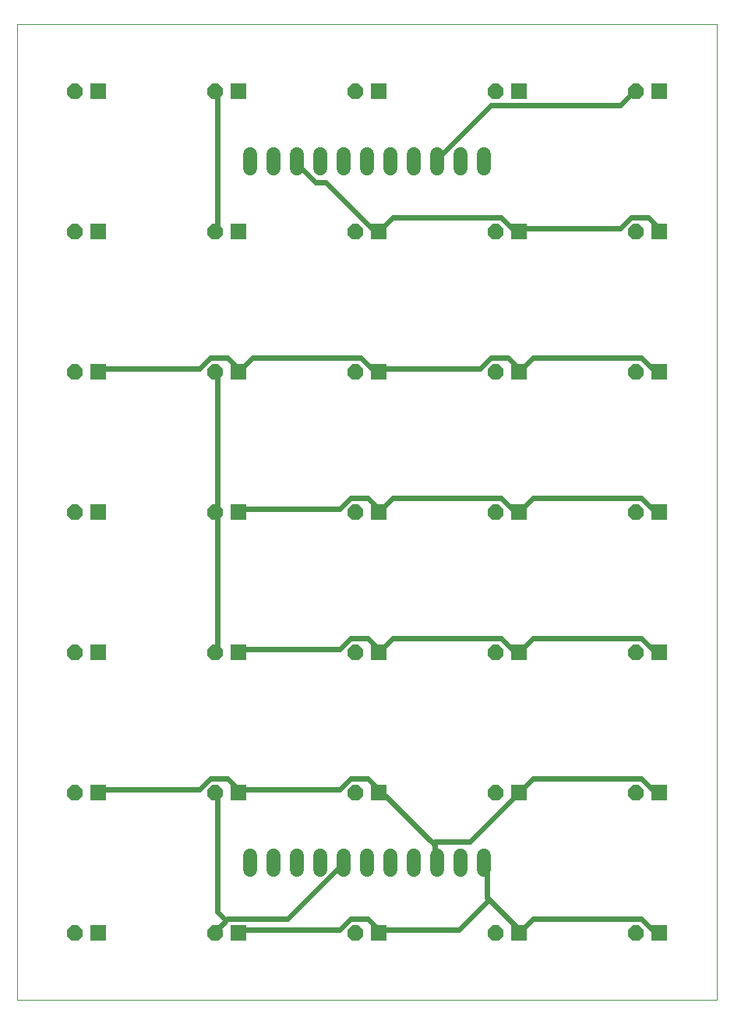
<source format=gbl>
G75*
%MOIN*%
%OFA0B0*%
%FSLAX25Y25*%
%IPPOS*%
%LPD*%
%AMOC8*
5,1,8,0,0,1.08239X$1,22.5*
%
%ADD10C,0.00000*%
%ADD11R,0.06600X0.06600*%
%ADD12OC8,0.06600*%
%ADD13C,0.06000*%
%ADD14C,0.02400*%
D10*
X0001000Y0001000D02*
X0001000Y0418323D01*
X0300213Y0418323D01*
X0300213Y0001000D01*
X0001000Y0001000D01*
D11*
X0035606Y0029661D03*
X0035606Y0089661D03*
X0035606Y0149661D03*
X0035606Y0209661D03*
X0035606Y0269661D03*
X0035606Y0329661D03*
X0035606Y0389661D03*
X0095606Y0389661D03*
X0095606Y0329661D03*
X0095606Y0269661D03*
X0095606Y0209661D03*
X0095606Y0149661D03*
X0095606Y0089661D03*
X0095606Y0029661D03*
X0155606Y0029661D03*
X0155606Y0089661D03*
X0155606Y0149661D03*
X0155606Y0209661D03*
X0155606Y0269661D03*
X0155606Y0329661D03*
X0155606Y0389661D03*
X0215606Y0389661D03*
X0215606Y0329661D03*
X0215606Y0269661D03*
X0215606Y0209661D03*
X0215606Y0149661D03*
X0215606Y0089661D03*
X0215606Y0029661D03*
X0275606Y0029661D03*
X0275606Y0089661D03*
X0275606Y0149661D03*
X0275606Y0209661D03*
X0275606Y0269661D03*
X0275606Y0329661D03*
X0275606Y0389661D03*
D12*
X0265606Y0389661D03*
X0265606Y0329661D03*
X0265606Y0269661D03*
X0265606Y0209661D03*
X0265606Y0149661D03*
X0265606Y0089661D03*
X0265606Y0029661D03*
X0205606Y0029661D03*
X0205606Y0089661D03*
X0205606Y0149661D03*
X0205606Y0209661D03*
X0205606Y0269661D03*
X0205606Y0329661D03*
X0205606Y0389661D03*
X0145606Y0389661D03*
X0145606Y0329661D03*
X0145606Y0269661D03*
X0145606Y0209661D03*
X0145606Y0149661D03*
X0145606Y0089661D03*
X0145606Y0029661D03*
X0085606Y0029661D03*
X0085606Y0089661D03*
X0085606Y0149661D03*
X0085606Y0209661D03*
X0085606Y0269661D03*
X0085606Y0329661D03*
X0085606Y0389661D03*
X0025606Y0389661D03*
X0025606Y0329661D03*
X0025606Y0269661D03*
X0025606Y0209661D03*
X0025606Y0149661D03*
X0025606Y0089661D03*
X0025606Y0029661D03*
D13*
X0100606Y0056661D02*
X0100606Y0062661D01*
X0110606Y0062661D02*
X0110606Y0056661D01*
X0120606Y0056661D02*
X0120606Y0062661D01*
X0130606Y0062661D02*
X0130606Y0056661D01*
X0140606Y0056661D02*
X0140606Y0062661D01*
X0150606Y0062661D02*
X0150606Y0056661D01*
X0160606Y0056661D02*
X0160606Y0062661D01*
X0170606Y0062661D02*
X0170606Y0056661D01*
X0180606Y0056661D02*
X0180606Y0062661D01*
X0190606Y0062661D02*
X0190606Y0056661D01*
X0200606Y0056661D02*
X0200606Y0062661D01*
X0200606Y0356661D02*
X0200606Y0362661D01*
X0190606Y0362661D02*
X0190606Y0356661D01*
X0180606Y0356661D02*
X0180606Y0362661D01*
X0170606Y0362661D02*
X0170606Y0356661D01*
X0160606Y0356661D02*
X0160606Y0362661D01*
X0150606Y0362661D02*
X0150606Y0356661D01*
X0140606Y0356661D02*
X0140606Y0362661D01*
X0130606Y0362661D02*
X0130606Y0356661D01*
X0120606Y0356661D02*
X0120606Y0362661D01*
X0110606Y0362661D02*
X0110606Y0356661D01*
X0100606Y0356661D02*
X0100606Y0362661D01*
D14*
X0119500Y0359500D02*
X0120606Y0359661D01*
X0119500Y0359500D02*
X0128500Y0350500D01*
X0133000Y0350500D01*
X0152500Y0331000D01*
X0155500Y0331000D01*
X0155606Y0329661D01*
X0157000Y0331000D01*
X0161500Y0335500D01*
X0208000Y0335500D01*
X0212500Y0331000D01*
X0215500Y0331000D01*
X0215606Y0329661D01*
X0217000Y0331000D01*
X0259000Y0331000D01*
X0263500Y0335500D01*
X0271000Y0335500D01*
X0275500Y0331000D01*
X0275606Y0329661D01*
X0268000Y0275500D02*
X0221500Y0275500D01*
X0217000Y0271000D01*
X0215606Y0269661D01*
X0215500Y0271000D01*
X0211000Y0275500D01*
X0203500Y0275500D01*
X0199000Y0271000D01*
X0157000Y0271000D01*
X0155606Y0269661D01*
X0155500Y0271000D01*
X0152500Y0271000D01*
X0148000Y0275500D01*
X0101500Y0275500D01*
X0097000Y0271000D01*
X0095606Y0269661D01*
X0095500Y0271000D01*
X0091000Y0275500D01*
X0083500Y0275500D01*
X0079000Y0271000D01*
X0037000Y0271000D01*
X0035606Y0269661D01*
X0085606Y0269661D02*
X0086500Y0269500D01*
X0086500Y0211000D01*
X0085606Y0209661D01*
X0086500Y0209500D01*
X0086500Y0151000D01*
X0085606Y0149661D01*
X0095606Y0149661D02*
X0097000Y0151000D01*
X0139000Y0151000D01*
X0143500Y0155500D01*
X0151000Y0155500D01*
X0155500Y0151000D01*
X0155606Y0149661D01*
X0157000Y0151000D01*
X0161500Y0155500D01*
X0208000Y0155500D01*
X0212500Y0151000D01*
X0215500Y0151000D01*
X0215606Y0149661D01*
X0217000Y0151000D01*
X0221500Y0155500D01*
X0268000Y0155500D01*
X0272500Y0151000D01*
X0275500Y0151000D01*
X0275606Y0149661D01*
X0268000Y0095500D02*
X0221500Y0095500D01*
X0217000Y0091000D01*
X0215606Y0089661D01*
X0215500Y0089500D01*
X0194500Y0068500D01*
X0179500Y0068500D01*
X0178750Y0067750D01*
X0179500Y0067000D01*
X0179500Y0061000D01*
X0180606Y0059661D01*
X0178750Y0067750D02*
X0157000Y0089500D01*
X0155606Y0089661D01*
X0155500Y0091000D01*
X0151000Y0095500D01*
X0143500Y0095500D01*
X0139000Y0091000D01*
X0097000Y0091000D01*
X0095606Y0089661D01*
X0095500Y0091000D01*
X0091000Y0095500D01*
X0083500Y0095500D01*
X0079000Y0091000D01*
X0037000Y0091000D01*
X0035606Y0089661D01*
X0085606Y0089661D02*
X0086500Y0089500D01*
X0086500Y0038500D01*
X0090250Y0034750D01*
X0091000Y0035500D01*
X0116500Y0035500D01*
X0140500Y0059500D01*
X0140606Y0059661D01*
X0143500Y0035500D02*
X0151000Y0035500D01*
X0155500Y0031000D01*
X0155606Y0029661D01*
X0157000Y0031000D01*
X0190000Y0031000D01*
X0202750Y0043750D01*
X0202000Y0044500D01*
X0202000Y0059500D01*
X0200606Y0059661D01*
X0202750Y0043750D02*
X0215500Y0031000D01*
X0215606Y0029661D01*
X0217000Y0031000D01*
X0221500Y0035500D01*
X0268000Y0035500D01*
X0272500Y0031000D01*
X0275500Y0031000D01*
X0275606Y0029661D01*
X0275606Y0089661D02*
X0275500Y0091000D01*
X0272500Y0091000D01*
X0268000Y0095500D01*
X0275606Y0209661D02*
X0275500Y0211000D01*
X0272500Y0211000D01*
X0268000Y0215500D01*
X0221500Y0215500D01*
X0217000Y0211000D01*
X0215606Y0209661D01*
X0215500Y0211000D01*
X0212500Y0211000D01*
X0208000Y0215500D01*
X0161500Y0215500D01*
X0157000Y0211000D01*
X0155606Y0209661D01*
X0155500Y0211000D01*
X0151000Y0215500D01*
X0143500Y0215500D01*
X0139000Y0211000D01*
X0097000Y0211000D01*
X0095606Y0209661D01*
X0085606Y0329661D02*
X0086500Y0331000D01*
X0086500Y0389500D01*
X0085606Y0389661D01*
X0181000Y0361000D02*
X0180606Y0359661D01*
X0181000Y0361000D02*
X0203500Y0383500D01*
X0259000Y0383500D01*
X0265000Y0389500D01*
X0265606Y0389661D01*
X0268000Y0275500D02*
X0272500Y0271000D01*
X0275500Y0271000D01*
X0275606Y0269661D01*
X0143500Y0035500D02*
X0139000Y0031000D01*
X0097000Y0031000D01*
X0095606Y0029661D01*
X0090250Y0034750D02*
X0086500Y0031000D01*
X0085606Y0029661D01*
M02*

</source>
